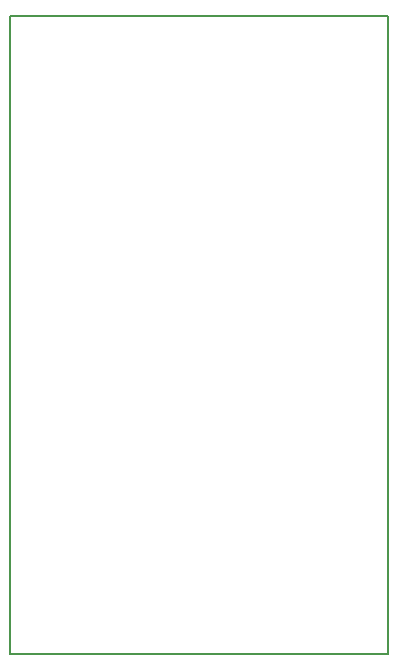
<source format=gbr>
G04 #@! TF.FileFunction,Profile,NP*
%FSLAX46Y46*%
G04 Gerber Fmt 4.6, Leading zero omitted, Abs format (unit mm)*
G04 Created by KiCad (PCBNEW 4.0.4-stable) date Fri Nov 25 15:40:38 2016*
%MOMM*%
%LPD*%
G01*
G04 APERTURE LIST*
%ADD10C,0.100000*%
%ADD11C,0.150000*%
G04 APERTURE END LIST*
D10*
D11*
X181000000Y-80000000D02*
X181000000Y-77000000D01*
X149000000Y-80000000D02*
X149000000Y-77000000D01*
X149000000Y-131000000D02*
X149000000Y-80000000D01*
X181000000Y-131000000D02*
X149000000Y-131000000D01*
X181000000Y-80000000D02*
X181000000Y-131000000D01*
X149000000Y-77000000D02*
X181000000Y-77000000D01*
M02*

</source>
